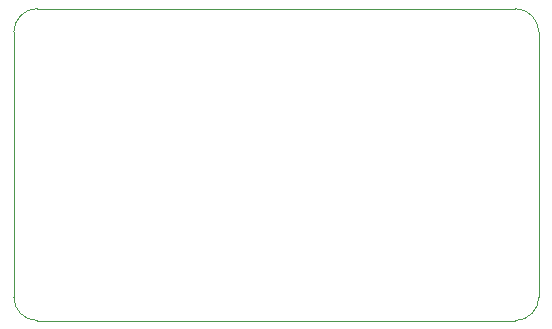
<source format=gm1>
G04 #@! TF.GenerationSoftware,KiCad,Pcbnew,7.0.8*
G04 #@! TF.CreationDate,2024-04-19T19:29:06-04:00*
G04 #@! TF.ProjectId,2 Axis Gimbal,32204178-6973-4204-9769-6d62616c2e6b,rev?*
G04 #@! TF.SameCoordinates,Original*
G04 #@! TF.FileFunction,Profile,NP*
%FSLAX46Y46*%
G04 Gerber Fmt 4.6, Leading zero omitted, Abs format (unit mm)*
G04 Created by KiCad (PCBNEW 7.0.8) date 2024-04-19 19:29:06*
%MOMM*%
%LPD*%
G01*
G04 APERTURE LIST*
G04 #@! TA.AperFunction,Profile*
%ADD10C,0.100000*%
G04 #@! TD*
G04 APERTURE END LIST*
D10*
X76422000Y-68072000D02*
G75*
G03*
X74422000Y-70072000I0J-2000000D01*
G01*
X74422000Y-92488000D02*
G75*
G03*
X76422000Y-94488000I2000000J0D01*
G01*
X74422000Y-92488000D02*
X74422000Y-70072000D01*
X118872000Y-70072000D02*
G75*
G03*
X116872000Y-68072000I-2000000J0D01*
G01*
X76422000Y-68072000D02*
X116872000Y-68072000D01*
X116872000Y-94488000D02*
G75*
G03*
X118872000Y-92488000I0J2000000D01*
G01*
X116872000Y-94488000D02*
X76422000Y-94488000D01*
X118872000Y-70072000D02*
X118872000Y-92488000D01*
M02*

</source>
